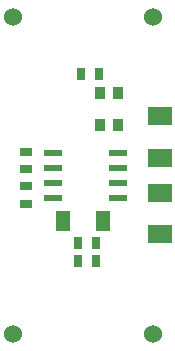
<source format=gbr>
G04*
G04 #@! TF.GenerationSoftware,Altium Limited,Altium Designer,23.11.1 (41)*
G04*
G04 Layer_Color=255*
%FSLAX44Y44*%
%MOMM*%
G71*
G04*
G04 #@! TF.SameCoordinates,D4B6ECC5-B607-4844-A390-64D59AB080A4*
G04*
G04*
G04 #@! TF.FilePolarity,Positive*
G04*
G01*
G75*
%ADD13R,2.0000X1.5000*%
%ADD14R,0.7500X1.0000*%
%ADD15R,0.9500X1.0000*%
%ADD16R,1.5000X0.6000*%
%ADD17R,1.1500X1.8000*%
%ADD18R,1.0000X0.7500*%
%ADD28C,1.5240*%
D13*
X140000Y200000D02*
D03*
Y100000D02*
D03*
Y135000D02*
D03*
Y165000D02*
D03*
D14*
X88780Y236220D02*
D03*
X73780D02*
D03*
X71240Y92710D02*
D03*
X86240D02*
D03*
X71240Y77470D02*
D03*
X86240D02*
D03*
D15*
X89090Y220000D02*
D03*
X105090D02*
D03*
X89090Y193040D02*
D03*
X105090D02*
D03*
D16*
X50090Y168910D02*
D03*
Y156210D02*
D03*
Y143510D02*
D03*
Y130810D02*
D03*
X105090Y168910D02*
D03*
Y156210D02*
D03*
Y143510D02*
D03*
Y130810D02*
D03*
D17*
X92000Y111760D02*
D03*
X58000D02*
D03*
D18*
X26670Y140850D02*
D03*
Y125850D02*
D03*
Y155060D02*
D03*
Y170060D02*
D03*
D28*
X134000Y284000D02*
D03*
X16000D02*
D03*
X134000Y16000D02*
D03*
X16000D02*
D03*
M02*

</source>
